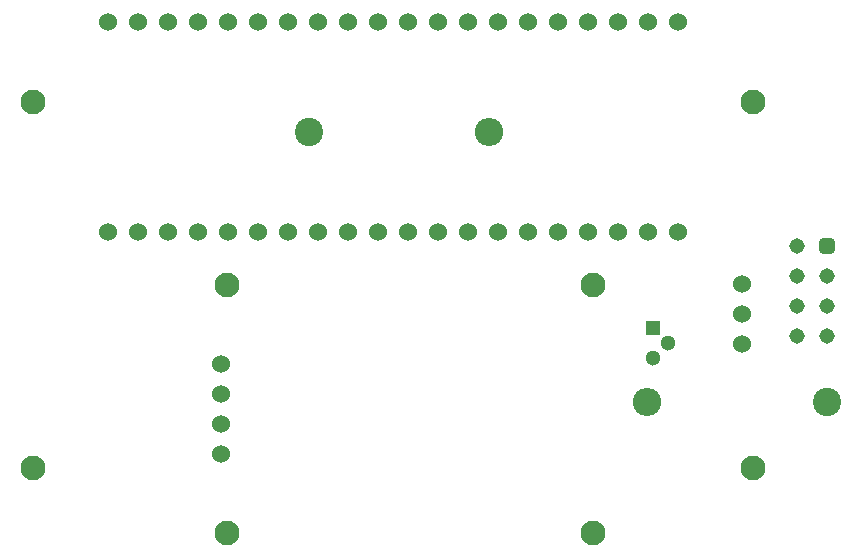
<source format=gbr>
%TF.GenerationSoftware,KiCad,Pcbnew,7.0.5*%
%TF.CreationDate,2024-02-27T08:06:29+01:00*%
%TF.ProjectId,Zeitmessung,5a656974-6d65-4737-9375-6e672e6b6963,rev?*%
%TF.SameCoordinates,Original*%
%TF.FileFunction,Soldermask,Bot*%
%TF.FilePolarity,Negative*%
%FSLAX46Y46*%
G04 Gerber Fmt 4.6, Leading zero omitted, Abs format (unit mm)*
G04 Created by KiCad (PCBNEW 7.0.5) date 2024-02-27 08:06:29*
%MOMM*%
%LPD*%
G01*
G04 APERTURE LIST*
G04 Aperture macros list*
%AMRoundRect*
0 Rectangle with rounded corners*
0 $1 Rounding radius*
0 $2 $3 $4 $5 $6 $7 $8 $9 X,Y pos of 4 corners*
0 Add a 4 corners polygon primitive as box body*
4,1,4,$2,$3,$4,$5,$6,$7,$8,$9,$2,$3,0*
0 Add four circle primitives for the rounded corners*
1,1,$1+$1,$2,$3*
1,1,$1+$1,$4,$5*
1,1,$1+$1,$6,$7*
1,1,$1+$1,$8,$9*
0 Add four rect primitives between the rounded corners*
20,1,$1+$1,$2,$3,$4,$5,0*
20,1,$1+$1,$4,$5,$6,$7,0*
20,1,$1+$1,$6,$7,$8,$9,0*
20,1,$1+$1,$8,$9,$2,$3,0*%
G04 Aperture macros list end*
%ADD10C,2.100000*%
%ADD11C,1.524000*%
%ADD12C,2.400000*%
%ADD13O,2.400000X2.400000*%
%ADD14R,1.300000X1.300000*%
%ADD15C,1.300000*%
%ADD16RoundRect,0.250000X-0.405000X0.405000X-0.405000X-0.405000X0.405000X-0.405000X0.405000X0.405000X0*%
%ADD17C,1.310000*%
G04 APERTURE END LIST*
D10*
%TO.C,H1*%
X95000000Y-43000000D03*
%TD*%
D11*
%TO.C,U2*%
X110890000Y-72760000D03*
X110890000Y-70220000D03*
X110890000Y-67680000D03*
X110890000Y-65140000D03*
%TD*%
D12*
%TO.C,R1*%
X118360000Y-45500000D03*
D13*
X133600000Y-45500000D03*
%TD*%
D10*
%TO.C,H5*%
X111400000Y-58500000D03*
%TD*%
%TO.C,H2*%
X156000000Y-43000000D03*
%TD*%
%TO.C,H4*%
X95000000Y-74000000D03*
%TD*%
D14*
%TO.C,Q1*%
X147530000Y-62160000D03*
D15*
X148800000Y-63430000D03*
X147530000Y-64700000D03*
%TD*%
D16*
%TO.C,J1*%
X162270000Y-55190000D03*
D17*
X159730000Y-55190000D03*
X162270000Y-57730000D03*
X159730000Y-57730000D03*
X162270000Y-60270000D03*
X159730000Y-60270000D03*
X162270000Y-62810000D03*
X159730000Y-62810000D03*
%TD*%
D10*
%TO.C,H7*%
X111400000Y-79500000D03*
%TD*%
D11*
%TO.C,U3*%
X155060000Y-58360000D03*
X155060000Y-60900000D03*
X155060000Y-63440000D03*
%TD*%
D10*
%TO.C,H3*%
X156000000Y-74000000D03*
%TD*%
D11*
%TO.C,U1*%
X101380000Y-54000000D03*
X103920000Y-54000000D03*
X106460000Y-54000000D03*
X109000000Y-54000000D03*
X111540000Y-54000000D03*
X114080000Y-54000000D03*
X116620000Y-54000000D03*
X119160000Y-54000000D03*
X121700000Y-54000000D03*
X124240000Y-54000000D03*
X126780000Y-54000000D03*
X129320000Y-54000000D03*
X131860000Y-54000000D03*
X134400000Y-54000000D03*
X136940000Y-54000000D03*
X139480000Y-54000000D03*
X142020000Y-54000000D03*
X144560000Y-54000000D03*
X147100000Y-54000000D03*
X149640000Y-54000000D03*
X149640000Y-36220000D03*
X147100000Y-36220000D03*
X144560000Y-36220000D03*
X142020000Y-36220000D03*
X139480000Y-36220000D03*
X136940000Y-36220000D03*
X134400000Y-36220000D03*
X131860000Y-36220000D03*
X129320000Y-36220000D03*
X126780000Y-36220000D03*
X124240000Y-36220000D03*
X121700000Y-36220000D03*
X119160000Y-36220000D03*
X116620000Y-36220000D03*
X114080000Y-36220000D03*
X111540000Y-36220000D03*
X109000000Y-36220000D03*
X106460000Y-36220000D03*
X103920000Y-36220000D03*
X101380000Y-36220000D03*
%TD*%
D10*
%TO.C,H8*%
X142400000Y-79500000D03*
%TD*%
D12*
%TO.C,R2*%
X162200000Y-68400000D03*
D13*
X146960000Y-68400000D03*
%TD*%
D10*
%TO.C,H6*%
X142400000Y-58500000D03*
%TD*%
M02*

</source>
